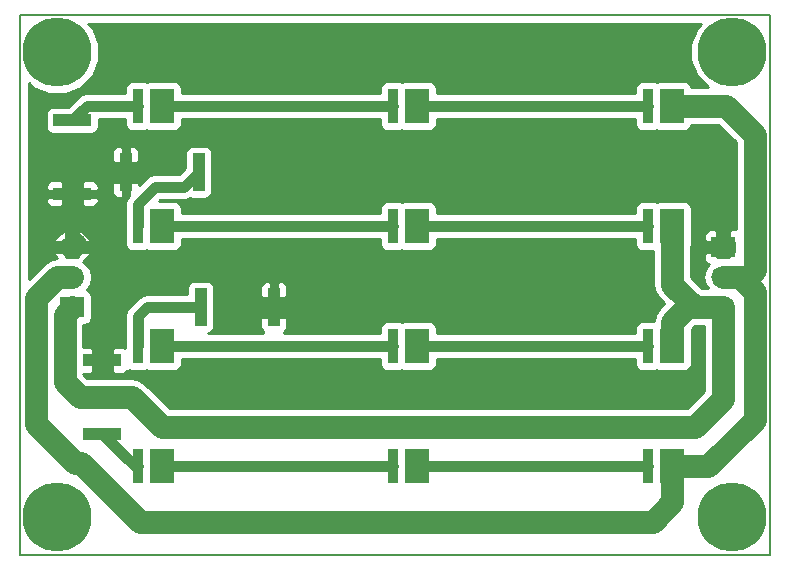
<source format=gtl>
G04 #@! TF.FileFunction,Copper,L1,Top,Signal*
%FSLAX46Y46*%
G04 Gerber Fmt 4.6, Leading zero omitted, Abs format (unit mm)*
G04 Created by KiCad (PCBNEW 4.0.6+dfsg1-1) date Mon Oct 16 01:04:24 2017*
%MOMM*%
%LPD*%
G01*
G04 APERTURE LIST*
%ADD10C,0.100000*%
%ADD11C,0.150000*%
%ADD12R,3.200000X1.000000*%
%ADD13R,2.032000X1.727200*%
%ADD14O,2.032000X1.727200*%
%ADD15C,5.842000*%
%ADD16R,2.000000X3.000000*%
%ADD17R,0.900000X3.000000*%
%ADD18R,1.000000X3.200000*%
%ADD19C,0.889000*%
%ADD20C,1.905000*%
%ADD21C,1.016000*%
%ADD22C,0.254000*%
G04 APERTURE END LIST*
D10*
D11*
X193675000Y-122555000D02*
X193675000Y-76835000D01*
X130175000Y-122555000D02*
X193675000Y-122555000D01*
X130175000Y-76835000D02*
X130175000Y-122555000D01*
X193675000Y-76835000D02*
X130175000Y-76835000D01*
D12*
X134620000Y-92000000D03*
X134620000Y-85800000D03*
D13*
X134620000Y-101600000D03*
D14*
X134620000Y-99060000D03*
X134620000Y-96520000D03*
D13*
X189738000Y-96520000D03*
D14*
X189738000Y-99060000D03*
X189738000Y-101600000D03*
D15*
X133350000Y-119380000D03*
X190500000Y-119380000D03*
X133350000Y-80010000D03*
X190500000Y-80010000D03*
D16*
X142240000Y-94742000D03*
D17*
X140208000Y-94742000D03*
D16*
X163830000Y-94742000D03*
D17*
X161798000Y-94742000D03*
D16*
X185420000Y-94742000D03*
D17*
X183388000Y-94742000D03*
D16*
X142240000Y-104902000D03*
D17*
X140208000Y-104902000D03*
D16*
X163830000Y-104902000D03*
D17*
X161798000Y-104902000D03*
D16*
X185420000Y-104902000D03*
D17*
X183388000Y-104902000D03*
D16*
X142240000Y-84582000D03*
D17*
X140208000Y-84582000D03*
D16*
X163830000Y-84582000D03*
D17*
X161798000Y-84582000D03*
D16*
X185420000Y-84582000D03*
D17*
X183388000Y-84582000D03*
D16*
X142240000Y-115062000D03*
D17*
X140208000Y-115062000D03*
D16*
X163830000Y-115062000D03*
D17*
X161798000Y-115062000D03*
D16*
X185420000Y-115062000D03*
D17*
X183388000Y-115062000D03*
D18*
X139140000Y-90170000D03*
X145340000Y-90170000D03*
X151690000Y-101600000D03*
X145490000Y-101600000D03*
D12*
X137160000Y-106120000D03*
X137160000Y-112320000D03*
D19*
X140208000Y-94742000D02*
X140208000Y-92837000D01*
X144070000Y-91440000D02*
X145340000Y-90170000D01*
X141605000Y-91440000D02*
X144070000Y-91440000D01*
X140208000Y-92837000D02*
X141605000Y-91440000D01*
X161798000Y-94742000D02*
X142240000Y-94742000D01*
X163830000Y-94742000D02*
X183388000Y-94742000D01*
D20*
X189738000Y-101600000D02*
X187325000Y-101600000D01*
X185420000Y-99695000D02*
X185420000Y-94742000D01*
X187325000Y-101600000D02*
X185420000Y-99695000D01*
X189738000Y-101600000D02*
X186690000Y-101600000D01*
X185420000Y-102870000D02*
X185420000Y-104902000D01*
X186690000Y-101600000D02*
X185420000Y-102870000D01*
X180975000Y-111760000D02*
X187325000Y-111760000D01*
X135255000Y-109220000D02*
X133985000Y-107950000D01*
X133985000Y-102235000D02*
X133985000Y-107950000D01*
X142240000Y-111760000D02*
X139700000Y-109220000D01*
X180975000Y-111760000D02*
X142240000Y-111760000D01*
X139700000Y-109220000D02*
X135255000Y-109220000D01*
X189738000Y-109347000D02*
X189738000Y-101600000D01*
X187325000Y-111760000D02*
X189738000Y-109347000D01*
X133985000Y-102235000D02*
X134620000Y-101600000D01*
D19*
X140208000Y-104902000D02*
X140208000Y-102362000D01*
X140970000Y-101600000D02*
X145490000Y-101600000D01*
X140208000Y-102362000D02*
X140970000Y-101600000D01*
X142240000Y-104902000D02*
X161798000Y-104902000D01*
X163830000Y-104902000D02*
X183388000Y-104902000D01*
X140208000Y-84582000D02*
X135838000Y-84582000D01*
X135838000Y-84582000D02*
X134620000Y-85800000D01*
X161798000Y-84582000D02*
X142240000Y-84582000D01*
X163830000Y-84582000D02*
X183388000Y-84582000D01*
D20*
X181229000Y-119761000D02*
X183769000Y-119761000D01*
X134620000Y-99060000D02*
X133350000Y-99060000D01*
X135382000Y-114808000D02*
X140335000Y-119761000D01*
X134874000Y-114808000D02*
X135382000Y-114808000D01*
X131572000Y-111506000D02*
X134874000Y-114808000D01*
X131572000Y-100838000D02*
X131572000Y-111506000D01*
X133350000Y-99060000D02*
X131572000Y-100838000D01*
X140335000Y-119761000D02*
X181229000Y-119761000D01*
X185420000Y-118110000D02*
X185420000Y-115062000D01*
X183769000Y-119761000D02*
X185420000Y-118110000D01*
X185420000Y-115062000D02*
X188468000Y-115062000D01*
X191135000Y-99060000D02*
X192405000Y-100330000D01*
X192405000Y-100330000D02*
X192405000Y-111125000D01*
X192405000Y-111125000D02*
X188468000Y-115062000D01*
X191135000Y-99060000D02*
X189738000Y-99060000D01*
X185420000Y-84582000D02*
X189992000Y-84582000D01*
X191770000Y-99060000D02*
X192405000Y-98425000D01*
X192405000Y-98425000D02*
X192405000Y-86995000D01*
X192405000Y-86995000D02*
X189992000Y-84582000D01*
X191770000Y-99060000D02*
X189738000Y-99060000D01*
D19*
X140208000Y-115062000D02*
X139902000Y-115062000D01*
X139902000Y-115062000D02*
X137160000Y-112320000D01*
X161798000Y-115062000D02*
X142240000Y-115062000D01*
X183388000Y-115062000D02*
X163830000Y-115062000D01*
D20*
X134672000Y-96468000D02*
X134620000Y-96520000D01*
X134874000Y-96266000D02*
X134620000Y-96520000D01*
D21*
X187960000Y-96520000D02*
X188976000Y-96520000D01*
D22*
G36*
X187487128Y-77993058D02*
X186944619Y-79299565D01*
X186943384Y-80714229D01*
X187483612Y-82021681D01*
X188454735Y-82994500D01*
X187050976Y-82994500D01*
X187023162Y-82846683D01*
X186884090Y-82630559D01*
X186671890Y-82485569D01*
X186420000Y-82434560D01*
X184420000Y-82434560D01*
X184184683Y-82478838D01*
X184130792Y-82513516D01*
X184089890Y-82485569D01*
X183838000Y-82434560D01*
X182938000Y-82434560D01*
X182702683Y-82478838D01*
X182486559Y-82617910D01*
X182341569Y-82830110D01*
X182290560Y-83082000D01*
X182290560Y-83502500D01*
X165477440Y-83502500D01*
X165477440Y-83082000D01*
X165433162Y-82846683D01*
X165294090Y-82630559D01*
X165081890Y-82485569D01*
X164830000Y-82434560D01*
X162830000Y-82434560D01*
X162594683Y-82478838D01*
X162540792Y-82513516D01*
X162499890Y-82485569D01*
X162248000Y-82434560D01*
X161348000Y-82434560D01*
X161112683Y-82478838D01*
X160896559Y-82617910D01*
X160751569Y-82830110D01*
X160700560Y-83082000D01*
X160700560Y-83502500D01*
X143887440Y-83502500D01*
X143887440Y-83082000D01*
X143843162Y-82846683D01*
X143704090Y-82630559D01*
X143491890Y-82485569D01*
X143240000Y-82434560D01*
X141240000Y-82434560D01*
X141004683Y-82478838D01*
X140950792Y-82513516D01*
X140909890Y-82485569D01*
X140658000Y-82434560D01*
X139758000Y-82434560D01*
X139522683Y-82478838D01*
X139306559Y-82617910D01*
X139161569Y-82830110D01*
X139110560Y-83082000D01*
X139110560Y-83502500D01*
X135838000Y-83502500D01*
X135424893Y-83584672D01*
X135074678Y-83818678D01*
X134240796Y-84652560D01*
X133020000Y-84652560D01*
X132784683Y-84696838D01*
X132568559Y-84835910D01*
X132423569Y-85048110D01*
X132372560Y-85300000D01*
X132372560Y-86300000D01*
X132416838Y-86535317D01*
X132555910Y-86751441D01*
X132768110Y-86896431D01*
X133020000Y-86947440D01*
X136220000Y-86947440D01*
X136455317Y-86903162D01*
X136671441Y-86764090D01*
X136816431Y-86551890D01*
X136867440Y-86300000D01*
X136867440Y-85661500D01*
X139110560Y-85661500D01*
X139110560Y-86082000D01*
X139154838Y-86317317D01*
X139293910Y-86533441D01*
X139506110Y-86678431D01*
X139758000Y-86729440D01*
X140658000Y-86729440D01*
X140893317Y-86685162D01*
X140947208Y-86650484D01*
X140988110Y-86678431D01*
X141240000Y-86729440D01*
X143240000Y-86729440D01*
X143475317Y-86685162D01*
X143691441Y-86546090D01*
X143836431Y-86333890D01*
X143887440Y-86082000D01*
X143887440Y-85661500D01*
X160700560Y-85661500D01*
X160700560Y-86082000D01*
X160744838Y-86317317D01*
X160883910Y-86533441D01*
X161096110Y-86678431D01*
X161348000Y-86729440D01*
X162248000Y-86729440D01*
X162483317Y-86685162D01*
X162537208Y-86650484D01*
X162578110Y-86678431D01*
X162830000Y-86729440D01*
X164830000Y-86729440D01*
X165065317Y-86685162D01*
X165281441Y-86546090D01*
X165426431Y-86333890D01*
X165477440Y-86082000D01*
X165477440Y-85661500D01*
X182290560Y-85661500D01*
X182290560Y-86082000D01*
X182334838Y-86317317D01*
X182473910Y-86533441D01*
X182686110Y-86678431D01*
X182938000Y-86729440D01*
X183838000Y-86729440D01*
X184073317Y-86685162D01*
X184127208Y-86650484D01*
X184168110Y-86678431D01*
X184420000Y-86729440D01*
X186420000Y-86729440D01*
X186655317Y-86685162D01*
X186871441Y-86546090D01*
X187016431Y-86333890D01*
X187049721Y-86169500D01*
X189334436Y-86169500D01*
X190817500Y-87652564D01*
X190817500Y-95021400D01*
X190404750Y-95021400D01*
X190246000Y-95180150D01*
X190246000Y-96088200D01*
X190647000Y-96088200D01*
X190647000Y-96951800D01*
X190246000Y-96951800D01*
X190246000Y-97383600D01*
X189230000Y-97383600D01*
X189230000Y-96951800D01*
X188245750Y-96951800D01*
X188087000Y-97110550D01*
X188087000Y-97509910D01*
X188183673Y-97743299D01*
X188362302Y-97921927D01*
X188515780Y-97985500D01*
X188493585Y-98000330D01*
X188168729Y-98486511D01*
X188054655Y-99060000D01*
X188168729Y-99633489D01*
X188421976Y-100012500D01*
X187982564Y-100012500D01*
X187007500Y-99037436D01*
X187007500Y-96506961D01*
X187016431Y-96493890D01*
X187067440Y-96242000D01*
X187067440Y-95530090D01*
X188087000Y-95530090D01*
X188087000Y-95929450D01*
X188245750Y-96088200D01*
X189230000Y-96088200D01*
X189230000Y-95180150D01*
X189071250Y-95021400D01*
X188595691Y-95021400D01*
X188362302Y-95118073D01*
X188183673Y-95296701D01*
X188087000Y-95530090D01*
X187067440Y-95530090D01*
X187067440Y-93242000D01*
X187023162Y-93006683D01*
X186884090Y-92790559D01*
X186671890Y-92645569D01*
X186420000Y-92594560D01*
X184420000Y-92594560D01*
X184184683Y-92638838D01*
X184130792Y-92673516D01*
X184089890Y-92645569D01*
X183838000Y-92594560D01*
X182938000Y-92594560D01*
X182702683Y-92638838D01*
X182486559Y-92777910D01*
X182341569Y-92990110D01*
X182290560Y-93242000D01*
X182290560Y-93662500D01*
X165477440Y-93662500D01*
X165477440Y-93242000D01*
X165433162Y-93006683D01*
X165294090Y-92790559D01*
X165081890Y-92645569D01*
X164830000Y-92594560D01*
X162830000Y-92594560D01*
X162594683Y-92638838D01*
X162540792Y-92673516D01*
X162499890Y-92645569D01*
X162248000Y-92594560D01*
X161348000Y-92594560D01*
X161112683Y-92638838D01*
X160896559Y-92777910D01*
X160751569Y-92990110D01*
X160700560Y-93242000D01*
X160700560Y-93662500D01*
X143887440Y-93662500D01*
X143887440Y-93242000D01*
X143843162Y-93006683D01*
X143704090Y-92790559D01*
X143491890Y-92645569D01*
X143240000Y-92594560D01*
X141977084Y-92594560D01*
X142052144Y-92519500D01*
X144070000Y-92519500D01*
X144483107Y-92437328D01*
X144588956Y-92366602D01*
X144840000Y-92417440D01*
X145840000Y-92417440D01*
X146075317Y-92373162D01*
X146291441Y-92234090D01*
X146436431Y-92021890D01*
X146487440Y-91770000D01*
X146487440Y-88570000D01*
X146443162Y-88334683D01*
X146304090Y-88118559D01*
X146091890Y-87973569D01*
X145840000Y-87922560D01*
X144840000Y-87922560D01*
X144604683Y-87966838D01*
X144388559Y-88105910D01*
X144243569Y-88318110D01*
X144192560Y-88570000D01*
X144192560Y-89790796D01*
X143622856Y-90360500D01*
X141605000Y-90360500D01*
X141191893Y-90442672D01*
X140841678Y-90676678D01*
X140275000Y-91243356D01*
X140275000Y-91128750D01*
X140116250Y-90970000D01*
X139390000Y-90970000D01*
X139390000Y-92155509D01*
X139210672Y-92423893D01*
X139128500Y-92837000D01*
X139128500Y-93153410D01*
X139110560Y-93242000D01*
X139110560Y-96242000D01*
X139154838Y-96477317D01*
X139293910Y-96693441D01*
X139506110Y-96838431D01*
X139758000Y-96889440D01*
X140658000Y-96889440D01*
X140893317Y-96845162D01*
X140947208Y-96810484D01*
X140988110Y-96838431D01*
X141240000Y-96889440D01*
X143240000Y-96889440D01*
X143475317Y-96845162D01*
X143691441Y-96706090D01*
X143836431Y-96493890D01*
X143887440Y-96242000D01*
X143887440Y-95821500D01*
X160700560Y-95821500D01*
X160700560Y-96242000D01*
X160744838Y-96477317D01*
X160883910Y-96693441D01*
X161096110Y-96838431D01*
X161348000Y-96889440D01*
X162248000Y-96889440D01*
X162483317Y-96845162D01*
X162537208Y-96810484D01*
X162578110Y-96838431D01*
X162830000Y-96889440D01*
X164830000Y-96889440D01*
X165065317Y-96845162D01*
X165281441Y-96706090D01*
X165426431Y-96493890D01*
X165477440Y-96242000D01*
X165477440Y-95821500D01*
X182290560Y-95821500D01*
X182290560Y-96242000D01*
X182334838Y-96477317D01*
X182473910Y-96693441D01*
X182686110Y-96838431D01*
X182938000Y-96889440D01*
X183832500Y-96889440D01*
X183832500Y-99695000D01*
X183953341Y-100302510D01*
X184297468Y-100817532D01*
X184762436Y-101282500D01*
X184297468Y-101747468D01*
X183953341Y-102262490D01*
X183854786Y-102757959D01*
X183838000Y-102754560D01*
X182938000Y-102754560D01*
X182702683Y-102798838D01*
X182486559Y-102937910D01*
X182341569Y-103150110D01*
X182290560Y-103402000D01*
X182290560Y-103822500D01*
X165477440Y-103822500D01*
X165477440Y-103402000D01*
X165433162Y-103166683D01*
X165294090Y-102950559D01*
X165081890Y-102805569D01*
X164830000Y-102754560D01*
X162830000Y-102754560D01*
X162594683Y-102798838D01*
X162540792Y-102833516D01*
X162499890Y-102805569D01*
X162248000Y-102754560D01*
X161348000Y-102754560D01*
X161112683Y-102798838D01*
X160896559Y-102937910D01*
X160751569Y-103150110D01*
X160700560Y-103402000D01*
X160700560Y-103822500D01*
X152579002Y-103822500D01*
X152579002Y-103709023D01*
X152728327Y-103559699D01*
X152825000Y-103326310D01*
X152825000Y-102558750D01*
X152666250Y-102400000D01*
X151940000Y-102400000D01*
X151940000Y-102509000D01*
X151440000Y-102509000D01*
X151440000Y-102400000D01*
X150713750Y-102400000D01*
X150555000Y-102558750D01*
X150555000Y-103326310D01*
X150651673Y-103559699D01*
X150800998Y-103709023D01*
X150800998Y-103822500D01*
X146122545Y-103822500D01*
X146225317Y-103803162D01*
X146441441Y-103664090D01*
X146586431Y-103451890D01*
X146637440Y-103200000D01*
X146637440Y-100000000D01*
X146613674Y-99873690D01*
X150555000Y-99873690D01*
X150555000Y-100641250D01*
X150713750Y-100800000D01*
X151440000Y-100800000D01*
X151440000Y-99523750D01*
X151940000Y-99523750D01*
X151940000Y-100800000D01*
X152666250Y-100800000D01*
X152825000Y-100641250D01*
X152825000Y-99873690D01*
X152728327Y-99640301D01*
X152549698Y-99461673D01*
X152316309Y-99365000D01*
X152098750Y-99365000D01*
X151940000Y-99523750D01*
X151440000Y-99523750D01*
X151281250Y-99365000D01*
X151063691Y-99365000D01*
X150830302Y-99461673D01*
X150651673Y-99640301D01*
X150555000Y-99873690D01*
X146613674Y-99873690D01*
X146593162Y-99764683D01*
X146454090Y-99548559D01*
X146241890Y-99403569D01*
X145990000Y-99352560D01*
X144990000Y-99352560D01*
X144754683Y-99396838D01*
X144538559Y-99535910D01*
X144393569Y-99748110D01*
X144342560Y-100000000D01*
X144342560Y-100520500D01*
X140970005Y-100520500D01*
X140970000Y-100520499D01*
X140625433Y-100589039D01*
X140556893Y-100602672D01*
X140356755Y-100736400D01*
X140206678Y-100836678D01*
X139444678Y-101598678D01*
X139210672Y-101948893D01*
X139128500Y-102362000D01*
X139128500Y-103313410D01*
X139110560Y-103402000D01*
X139110560Y-105077887D01*
X138886310Y-104985000D01*
X138118750Y-104985000D01*
X137960000Y-105143750D01*
X137960000Y-105870000D01*
X138069000Y-105870000D01*
X138069000Y-106370000D01*
X137960000Y-106370000D01*
X137960000Y-107096250D01*
X138118750Y-107255000D01*
X138886310Y-107255000D01*
X139119699Y-107158327D01*
X139269023Y-107009002D01*
X139395000Y-107009002D01*
X139395000Y-106922513D01*
X139506110Y-106998431D01*
X139758000Y-107049440D01*
X140658000Y-107049440D01*
X140893317Y-107005162D01*
X140947208Y-106970484D01*
X140988110Y-106998431D01*
X141240000Y-107049440D01*
X143240000Y-107049440D01*
X143475317Y-107005162D01*
X143691441Y-106866090D01*
X143836431Y-106653890D01*
X143887440Y-106402000D01*
X143887440Y-105981500D01*
X160700560Y-105981500D01*
X160700560Y-106402000D01*
X160744838Y-106637317D01*
X160883910Y-106853441D01*
X161096110Y-106998431D01*
X161348000Y-107049440D01*
X162248000Y-107049440D01*
X162483317Y-107005162D01*
X162537208Y-106970484D01*
X162578110Y-106998431D01*
X162830000Y-107049440D01*
X164830000Y-107049440D01*
X165065317Y-107005162D01*
X165281441Y-106866090D01*
X165426431Y-106653890D01*
X165477440Y-106402000D01*
X165477440Y-105981500D01*
X182290560Y-105981500D01*
X182290560Y-106402000D01*
X182334838Y-106637317D01*
X182473910Y-106853441D01*
X182686110Y-106998431D01*
X182938000Y-107049440D01*
X183838000Y-107049440D01*
X184073317Y-107005162D01*
X184127208Y-106970484D01*
X184168110Y-106998431D01*
X184420000Y-107049440D01*
X186420000Y-107049440D01*
X186655317Y-107005162D01*
X186871441Y-106866090D01*
X187016431Y-106653890D01*
X187067440Y-106402000D01*
X187067440Y-103467624D01*
X187347564Y-103187500D01*
X188150500Y-103187500D01*
X188150500Y-108689436D01*
X186667436Y-110172500D01*
X142897564Y-110172500D01*
X140822532Y-108097468D01*
X140307510Y-107753341D01*
X139700000Y-107632500D01*
X135912564Y-107632500D01*
X135572500Y-107292436D01*
X135572500Y-107255000D01*
X136201250Y-107255000D01*
X136360000Y-107096250D01*
X136360000Y-106370000D01*
X136251000Y-106370000D01*
X136251000Y-105870000D01*
X136360000Y-105870000D01*
X136360000Y-105143750D01*
X136201250Y-104985000D01*
X135572500Y-104985000D01*
X135572500Y-103111040D01*
X135636000Y-103111040D01*
X135871317Y-103066762D01*
X136087441Y-102927690D01*
X136232431Y-102715490D01*
X136283440Y-102463600D01*
X136283440Y-100736400D01*
X136239162Y-100501083D01*
X136100090Y-100284959D01*
X135887890Y-100139969D01*
X135846561Y-100131600D01*
X135864415Y-100119670D01*
X136189271Y-99633489D01*
X136303345Y-99060000D01*
X136189271Y-98486511D01*
X135864415Y-98000330D01*
X135517922Y-97768811D01*
X135826478Y-97559523D01*
X136122228Y-97170974D01*
X136040764Y-96951800D01*
X135128000Y-96951800D01*
X135128000Y-97383600D01*
X134112000Y-97383600D01*
X134112000Y-96951800D01*
X133199236Y-96951800D01*
X133117772Y-97170974D01*
X133347640Y-97472969D01*
X132742490Y-97593341D01*
X132227468Y-97937468D01*
X130937000Y-99227936D01*
X130937000Y-95869026D01*
X133117772Y-95869026D01*
X133199236Y-96088200D01*
X134112000Y-96088200D01*
X134112000Y-95241657D01*
X135128000Y-95241657D01*
X135128000Y-96088200D01*
X136040764Y-96088200D01*
X136122228Y-95869026D01*
X135826478Y-95480477D01*
X135348433Y-95156228D01*
X135128000Y-95241657D01*
X134112000Y-95241657D01*
X133891567Y-95156228D01*
X133413522Y-95480477D01*
X133117772Y-95869026D01*
X130937000Y-95869026D01*
X130937000Y-92408750D01*
X132385000Y-92408750D01*
X132385000Y-92626309D01*
X132481673Y-92859698D01*
X132660301Y-93038327D01*
X132893690Y-93135000D01*
X133661250Y-93135000D01*
X133820000Y-92976250D01*
X133820000Y-92250000D01*
X135420000Y-92250000D01*
X135420000Y-92976250D01*
X135578750Y-93135000D01*
X136346310Y-93135000D01*
X136579699Y-93038327D01*
X136758327Y-92859698D01*
X136855000Y-92626309D01*
X136855000Y-92408750D01*
X136696250Y-92250000D01*
X135420000Y-92250000D01*
X133820000Y-92250000D01*
X132543750Y-92250000D01*
X132385000Y-92408750D01*
X130937000Y-92408750D01*
X130937000Y-91373691D01*
X132385000Y-91373691D01*
X132385000Y-91591250D01*
X132543750Y-91750000D01*
X133820000Y-91750000D01*
X133820000Y-91023750D01*
X135420000Y-91023750D01*
X135420000Y-91750000D01*
X136696250Y-91750000D01*
X136855000Y-91591250D01*
X136855000Y-91373691D01*
X136758327Y-91140302D01*
X136746776Y-91128750D01*
X138005000Y-91128750D01*
X138005000Y-91896310D01*
X138101673Y-92129699D01*
X138280302Y-92308327D01*
X138513691Y-92405000D01*
X138731250Y-92405000D01*
X138890000Y-92246250D01*
X138890000Y-90970000D01*
X138163750Y-90970000D01*
X138005000Y-91128750D01*
X136746776Y-91128750D01*
X136579699Y-90961673D01*
X136346310Y-90865000D01*
X135578750Y-90865000D01*
X135420000Y-91023750D01*
X133820000Y-91023750D01*
X133661250Y-90865000D01*
X132893690Y-90865000D01*
X132660301Y-90961673D01*
X132481673Y-91140302D01*
X132385000Y-91373691D01*
X130937000Y-91373691D01*
X130937000Y-88443690D01*
X138005000Y-88443690D01*
X138005000Y-89211250D01*
X138163750Y-89370000D01*
X138890000Y-89370000D01*
X138890000Y-88093750D01*
X139390000Y-88093750D01*
X139390000Y-89370000D01*
X140116250Y-89370000D01*
X140275000Y-89211250D01*
X140275000Y-88443690D01*
X140178327Y-88210301D01*
X139999698Y-88031673D01*
X139766309Y-87935000D01*
X139548750Y-87935000D01*
X139390000Y-88093750D01*
X138890000Y-88093750D01*
X138731250Y-87935000D01*
X138513691Y-87935000D01*
X138280302Y-88031673D01*
X138101673Y-88210301D01*
X138005000Y-88443690D01*
X130937000Y-88443690D01*
X130937000Y-82626123D01*
X131333058Y-83022872D01*
X132639565Y-83565381D01*
X134054229Y-83566616D01*
X135361681Y-83026388D01*
X136362872Y-82026942D01*
X136905381Y-80720435D01*
X136906616Y-79305771D01*
X136366388Y-77998319D01*
X135965768Y-77597000D01*
X187883877Y-77597000D01*
X187487128Y-77993058D01*
X187487128Y-77993058D01*
G37*
X187487128Y-77993058D02*
X186944619Y-79299565D01*
X186943384Y-80714229D01*
X187483612Y-82021681D01*
X188454735Y-82994500D01*
X187050976Y-82994500D01*
X187023162Y-82846683D01*
X186884090Y-82630559D01*
X186671890Y-82485569D01*
X186420000Y-82434560D01*
X184420000Y-82434560D01*
X184184683Y-82478838D01*
X184130792Y-82513516D01*
X184089890Y-82485569D01*
X183838000Y-82434560D01*
X182938000Y-82434560D01*
X182702683Y-82478838D01*
X182486559Y-82617910D01*
X182341569Y-82830110D01*
X182290560Y-83082000D01*
X182290560Y-83502500D01*
X165477440Y-83502500D01*
X165477440Y-83082000D01*
X165433162Y-82846683D01*
X165294090Y-82630559D01*
X165081890Y-82485569D01*
X164830000Y-82434560D01*
X162830000Y-82434560D01*
X162594683Y-82478838D01*
X162540792Y-82513516D01*
X162499890Y-82485569D01*
X162248000Y-82434560D01*
X161348000Y-82434560D01*
X161112683Y-82478838D01*
X160896559Y-82617910D01*
X160751569Y-82830110D01*
X160700560Y-83082000D01*
X160700560Y-83502500D01*
X143887440Y-83502500D01*
X143887440Y-83082000D01*
X143843162Y-82846683D01*
X143704090Y-82630559D01*
X143491890Y-82485569D01*
X143240000Y-82434560D01*
X141240000Y-82434560D01*
X141004683Y-82478838D01*
X140950792Y-82513516D01*
X140909890Y-82485569D01*
X140658000Y-82434560D01*
X139758000Y-82434560D01*
X139522683Y-82478838D01*
X139306559Y-82617910D01*
X139161569Y-82830110D01*
X139110560Y-83082000D01*
X139110560Y-83502500D01*
X135838000Y-83502500D01*
X135424893Y-83584672D01*
X135074678Y-83818678D01*
X134240796Y-84652560D01*
X133020000Y-84652560D01*
X132784683Y-84696838D01*
X132568559Y-84835910D01*
X132423569Y-85048110D01*
X132372560Y-85300000D01*
X132372560Y-86300000D01*
X132416838Y-86535317D01*
X132555910Y-86751441D01*
X132768110Y-86896431D01*
X133020000Y-86947440D01*
X136220000Y-86947440D01*
X136455317Y-86903162D01*
X136671441Y-86764090D01*
X136816431Y-86551890D01*
X136867440Y-86300000D01*
X136867440Y-85661500D01*
X139110560Y-85661500D01*
X139110560Y-86082000D01*
X139154838Y-86317317D01*
X139293910Y-86533441D01*
X139506110Y-86678431D01*
X139758000Y-86729440D01*
X140658000Y-86729440D01*
X140893317Y-86685162D01*
X140947208Y-86650484D01*
X140988110Y-86678431D01*
X141240000Y-86729440D01*
X143240000Y-86729440D01*
X143475317Y-86685162D01*
X143691441Y-86546090D01*
X143836431Y-86333890D01*
X143887440Y-86082000D01*
X143887440Y-85661500D01*
X160700560Y-85661500D01*
X160700560Y-86082000D01*
X160744838Y-86317317D01*
X160883910Y-86533441D01*
X161096110Y-86678431D01*
X161348000Y-86729440D01*
X162248000Y-86729440D01*
X162483317Y-86685162D01*
X162537208Y-86650484D01*
X162578110Y-86678431D01*
X162830000Y-86729440D01*
X164830000Y-86729440D01*
X165065317Y-86685162D01*
X165281441Y-86546090D01*
X165426431Y-86333890D01*
X165477440Y-86082000D01*
X165477440Y-85661500D01*
X182290560Y-85661500D01*
X182290560Y-86082000D01*
X182334838Y-86317317D01*
X182473910Y-86533441D01*
X182686110Y-86678431D01*
X182938000Y-86729440D01*
X183838000Y-86729440D01*
X184073317Y-86685162D01*
X184127208Y-86650484D01*
X184168110Y-86678431D01*
X184420000Y-86729440D01*
X186420000Y-86729440D01*
X186655317Y-86685162D01*
X186871441Y-86546090D01*
X187016431Y-86333890D01*
X187049721Y-86169500D01*
X189334436Y-86169500D01*
X190817500Y-87652564D01*
X190817500Y-95021400D01*
X190404750Y-95021400D01*
X190246000Y-95180150D01*
X190246000Y-96088200D01*
X190647000Y-96088200D01*
X190647000Y-96951800D01*
X190246000Y-96951800D01*
X190246000Y-97383600D01*
X189230000Y-97383600D01*
X189230000Y-96951800D01*
X188245750Y-96951800D01*
X188087000Y-97110550D01*
X188087000Y-97509910D01*
X188183673Y-97743299D01*
X188362302Y-97921927D01*
X188515780Y-97985500D01*
X188493585Y-98000330D01*
X188168729Y-98486511D01*
X188054655Y-99060000D01*
X188168729Y-99633489D01*
X188421976Y-100012500D01*
X187982564Y-100012500D01*
X187007500Y-99037436D01*
X187007500Y-96506961D01*
X187016431Y-96493890D01*
X187067440Y-96242000D01*
X187067440Y-95530090D01*
X188087000Y-95530090D01*
X188087000Y-95929450D01*
X188245750Y-96088200D01*
X189230000Y-96088200D01*
X189230000Y-95180150D01*
X189071250Y-95021400D01*
X188595691Y-95021400D01*
X188362302Y-95118073D01*
X188183673Y-95296701D01*
X188087000Y-95530090D01*
X187067440Y-95530090D01*
X187067440Y-93242000D01*
X187023162Y-93006683D01*
X186884090Y-92790559D01*
X186671890Y-92645569D01*
X186420000Y-92594560D01*
X184420000Y-92594560D01*
X184184683Y-92638838D01*
X184130792Y-92673516D01*
X184089890Y-92645569D01*
X183838000Y-92594560D01*
X182938000Y-92594560D01*
X182702683Y-92638838D01*
X182486559Y-92777910D01*
X182341569Y-92990110D01*
X182290560Y-93242000D01*
X182290560Y-93662500D01*
X165477440Y-93662500D01*
X165477440Y-93242000D01*
X165433162Y-93006683D01*
X165294090Y-92790559D01*
X165081890Y-92645569D01*
X164830000Y-92594560D01*
X162830000Y-92594560D01*
X162594683Y-92638838D01*
X162540792Y-92673516D01*
X162499890Y-92645569D01*
X162248000Y-92594560D01*
X161348000Y-92594560D01*
X161112683Y-92638838D01*
X160896559Y-92777910D01*
X160751569Y-92990110D01*
X160700560Y-93242000D01*
X160700560Y-93662500D01*
X143887440Y-93662500D01*
X143887440Y-93242000D01*
X143843162Y-93006683D01*
X143704090Y-92790559D01*
X143491890Y-92645569D01*
X143240000Y-92594560D01*
X141977084Y-92594560D01*
X142052144Y-92519500D01*
X144070000Y-92519500D01*
X144483107Y-92437328D01*
X144588956Y-92366602D01*
X144840000Y-92417440D01*
X145840000Y-92417440D01*
X146075317Y-92373162D01*
X146291441Y-92234090D01*
X146436431Y-92021890D01*
X146487440Y-91770000D01*
X146487440Y-88570000D01*
X146443162Y-88334683D01*
X146304090Y-88118559D01*
X146091890Y-87973569D01*
X145840000Y-87922560D01*
X144840000Y-87922560D01*
X144604683Y-87966838D01*
X144388559Y-88105910D01*
X144243569Y-88318110D01*
X144192560Y-88570000D01*
X144192560Y-89790796D01*
X143622856Y-90360500D01*
X141605000Y-90360500D01*
X141191893Y-90442672D01*
X140841678Y-90676678D01*
X140275000Y-91243356D01*
X140275000Y-91128750D01*
X140116250Y-90970000D01*
X139390000Y-90970000D01*
X139390000Y-92155509D01*
X139210672Y-92423893D01*
X139128500Y-92837000D01*
X139128500Y-93153410D01*
X139110560Y-93242000D01*
X139110560Y-96242000D01*
X139154838Y-96477317D01*
X139293910Y-96693441D01*
X139506110Y-96838431D01*
X139758000Y-96889440D01*
X140658000Y-96889440D01*
X140893317Y-96845162D01*
X140947208Y-96810484D01*
X140988110Y-96838431D01*
X141240000Y-96889440D01*
X143240000Y-96889440D01*
X143475317Y-96845162D01*
X143691441Y-96706090D01*
X143836431Y-96493890D01*
X143887440Y-96242000D01*
X143887440Y-95821500D01*
X160700560Y-95821500D01*
X160700560Y-96242000D01*
X160744838Y-96477317D01*
X160883910Y-96693441D01*
X161096110Y-96838431D01*
X161348000Y-96889440D01*
X162248000Y-96889440D01*
X162483317Y-96845162D01*
X162537208Y-96810484D01*
X162578110Y-96838431D01*
X162830000Y-96889440D01*
X164830000Y-96889440D01*
X165065317Y-96845162D01*
X165281441Y-96706090D01*
X165426431Y-96493890D01*
X165477440Y-96242000D01*
X165477440Y-95821500D01*
X182290560Y-95821500D01*
X182290560Y-96242000D01*
X182334838Y-96477317D01*
X182473910Y-96693441D01*
X182686110Y-96838431D01*
X182938000Y-96889440D01*
X183832500Y-96889440D01*
X183832500Y-99695000D01*
X183953341Y-100302510D01*
X184297468Y-100817532D01*
X184762436Y-101282500D01*
X184297468Y-101747468D01*
X183953341Y-102262490D01*
X183854786Y-102757959D01*
X183838000Y-102754560D01*
X182938000Y-102754560D01*
X182702683Y-102798838D01*
X182486559Y-102937910D01*
X182341569Y-103150110D01*
X182290560Y-103402000D01*
X182290560Y-103822500D01*
X165477440Y-103822500D01*
X165477440Y-103402000D01*
X165433162Y-103166683D01*
X165294090Y-102950559D01*
X165081890Y-102805569D01*
X164830000Y-102754560D01*
X162830000Y-102754560D01*
X162594683Y-102798838D01*
X162540792Y-102833516D01*
X162499890Y-102805569D01*
X162248000Y-102754560D01*
X161348000Y-102754560D01*
X161112683Y-102798838D01*
X160896559Y-102937910D01*
X160751569Y-103150110D01*
X160700560Y-103402000D01*
X160700560Y-103822500D01*
X152579002Y-103822500D01*
X152579002Y-103709023D01*
X152728327Y-103559699D01*
X152825000Y-103326310D01*
X152825000Y-102558750D01*
X152666250Y-102400000D01*
X151940000Y-102400000D01*
X151940000Y-102509000D01*
X151440000Y-102509000D01*
X151440000Y-102400000D01*
X150713750Y-102400000D01*
X150555000Y-102558750D01*
X150555000Y-103326310D01*
X150651673Y-103559699D01*
X150800998Y-103709023D01*
X150800998Y-103822500D01*
X146122545Y-103822500D01*
X146225317Y-103803162D01*
X146441441Y-103664090D01*
X146586431Y-103451890D01*
X146637440Y-103200000D01*
X146637440Y-100000000D01*
X146613674Y-99873690D01*
X150555000Y-99873690D01*
X150555000Y-100641250D01*
X150713750Y-100800000D01*
X151440000Y-100800000D01*
X151440000Y-99523750D01*
X151940000Y-99523750D01*
X151940000Y-100800000D01*
X152666250Y-100800000D01*
X152825000Y-100641250D01*
X152825000Y-99873690D01*
X152728327Y-99640301D01*
X152549698Y-99461673D01*
X152316309Y-99365000D01*
X152098750Y-99365000D01*
X151940000Y-99523750D01*
X151440000Y-99523750D01*
X151281250Y-99365000D01*
X151063691Y-99365000D01*
X150830302Y-99461673D01*
X150651673Y-99640301D01*
X150555000Y-99873690D01*
X146613674Y-99873690D01*
X146593162Y-99764683D01*
X146454090Y-99548559D01*
X146241890Y-99403569D01*
X145990000Y-99352560D01*
X144990000Y-99352560D01*
X144754683Y-99396838D01*
X144538559Y-99535910D01*
X144393569Y-99748110D01*
X144342560Y-100000000D01*
X144342560Y-100520500D01*
X140970005Y-100520500D01*
X140970000Y-100520499D01*
X140625433Y-100589039D01*
X140556893Y-100602672D01*
X140356755Y-100736400D01*
X140206678Y-100836678D01*
X139444678Y-101598678D01*
X139210672Y-101948893D01*
X139128500Y-102362000D01*
X139128500Y-103313410D01*
X139110560Y-103402000D01*
X139110560Y-105077887D01*
X138886310Y-104985000D01*
X138118750Y-104985000D01*
X137960000Y-105143750D01*
X137960000Y-105870000D01*
X138069000Y-105870000D01*
X138069000Y-106370000D01*
X137960000Y-106370000D01*
X137960000Y-107096250D01*
X138118750Y-107255000D01*
X138886310Y-107255000D01*
X139119699Y-107158327D01*
X139269023Y-107009002D01*
X139395000Y-107009002D01*
X139395000Y-106922513D01*
X139506110Y-106998431D01*
X139758000Y-107049440D01*
X140658000Y-107049440D01*
X140893317Y-107005162D01*
X140947208Y-106970484D01*
X140988110Y-106998431D01*
X141240000Y-107049440D01*
X143240000Y-107049440D01*
X143475317Y-107005162D01*
X143691441Y-106866090D01*
X143836431Y-106653890D01*
X143887440Y-106402000D01*
X143887440Y-105981500D01*
X160700560Y-105981500D01*
X160700560Y-106402000D01*
X160744838Y-106637317D01*
X160883910Y-106853441D01*
X161096110Y-106998431D01*
X161348000Y-107049440D01*
X162248000Y-107049440D01*
X162483317Y-107005162D01*
X162537208Y-106970484D01*
X162578110Y-106998431D01*
X162830000Y-107049440D01*
X164830000Y-107049440D01*
X165065317Y-107005162D01*
X165281441Y-106866090D01*
X165426431Y-106653890D01*
X165477440Y-106402000D01*
X165477440Y-105981500D01*
X182290560Y-105981500D01*
X182290560Y-106402000D01*
X182334838Y-106637317D01*
X182473910Y-106853441D01*
X182686110Y-106998431D01*
X182938000Y-107049440D01*
X183838000Y-107049440D01*
X184073317Y-107005162D01*
X184127208Y-106970484D01*
X184168110Y-106998431D01*
X184420000Y-107049440D01*
X186420000Y-107049440D01*
X186655317Y-107005162D01*
X186871441Y-106866090D01*
X187016431Y-106653890D01*
X187067440Y-106402000D01*
X187067440Y-103467624D01*
X187347564Y-103187500D01*
X188150500Y-103187500D01*
X188150500Y-108689436D01*
X186667436Y-110172500D01*
X142897564Y-110172500D01*
X140822532Y-108097468D01*
X140307510Y-107753341D01*
X139700000Y-107632500D01*
X135912564Y-107632500D01*
X135572500Y-107292436D01*
X135572500Y-107255000D01*
X136201250Y-107255000D01*
X136360000Y-107096250D01*
X136360000Y-106370000D01*
X136251000Y-106370000D01*
X136251000Y-105870000D01*
X136360000Y-105870000D01*
X136360000Y-105143750D01*
X136201250Y-104985000D01*
X135572500Y-104985000D01*
X135572500Y-103111040D01*
X135636000Y-103111040D01*
X135871317Y-103066762D01*
X136087441Y-102927690D01*
X136232431Y-102715490D01*
X136283440Y-102463600D01*
X136283440Y-100736400D01*
X136239162Y-100501083D01*
X136100090Y-100284959D01*
X135887890Y-100139969D01*
X135846561Y-100131600D01*
X135864415Y-100119670D01*
X136189271Y-99633489D01*
X136303345Y-99060000D01*
X136189271Y-98486511D01*
X135864415Y-98000330D01*
X135517922Y-97768811D01*
X135826478Y-97559523D01*
X136122228Y-97170974D01*
X136040764Y-96951800D01*
X135128000Y-96951800D01*
X135128000Y-97383600D01*
X134112000Y-97383600D01*
X134112000Y-96951800D01*
X133199236Y-96951800D01*
X133117772Y-97170974D01*
X133347640Y-97472969D01*
X132742490Y-97593341D01*
X132227468Y-97937468D01*
X130937000Y-99227936D01*
X130937000Y-95869026D01*
X133117772Y-95869026D01*
X133199236Y-96088200D01*
X134112000Y-96088200D01*
X134112000Y-95241657D01*
X135128000Y-95241657D01*
X135128000Y-96088200D01*
X136040764Y-96088200D01*
X136122228Y-95869026D01*
X135826478Y-95480477D01*
X135348433Y-95156228D01*
X135128000Y-95241657D01*
X134112000Y-95241657D01*
X133891567Y-95156228D01*
X133413522Y-95480477D01*
X133117772Y-95869026D01*
X130937000Y-95869026D01*
X130937000Y-92408750D01*
X132385000Y-92408750D01*
X132385000Y-92626309D01*
X132481673Y-92859698D01*
X132660301Y-93038327D01*
X132893690Y-93135000D01*
X133661250Y-93135000D01*
X133820000Y-92976250D01*
X133820000Y-92250000D01*
X135420000Y-92250000D01*
X135420000Y-92976250D01*
X135578750Y-93135000D01*
X136346310Y-93135000D01*
X136579699Y-93038327D01*
X136758327Y-92859698D01*
X136855000Y-92626309D01*
X136855000Y-92408750D01*
X136696250Y-92250000D01*
X135420000Y-92250000D01*
X133820000Y-92250000D01*
X132543750Y-92250000D01*
X132385000Y-92408750D01*
X130937000Y-92408750D01*
X130937000Y-91373691D01*
X132385000Y-91373691D01*
X132385000Y-91591250D01*
X132543750Y-91750000D01*
X133820000Y-91750000D01*
X133820000Y-91023750D01*
X135420000Y-91023750D01*
X135420000Y-91750000D01*
X136696250Y-91750000D01*
X136855000Y-91591250D01*
X136855000Y-91373691D01*
X136758327Y-91140302D01*
X136746776Y-91128750D01*
X138005000Y-91128750D01*
X138005000Y-91896310D01*
X138101673Y-92129699D01*
X138280302Y-92308327D01*
X138513691Y-92405000D01*
X138731250Y-92405000D01*
X138890000Y-92246250D01*
X138890000Y-90970000D01*
X138163750Y-90970000D01*
X138005000Y-91128750D01*
X136746776Y-91128750D01*
X136579699Y-90961673D01*
X136346310Y-90865000D01*
X135578750Y-90865000D01*
X135420000Y-91023750D01*
X133820000Y-91023750D01*
X133661250Y-90865000D01*
X132893690Y-90865000D01*
X132660301Y-90961673D01*
X132481673Y-91140302D01*
X132385000Y-91373691D01*
X130937000Y-91373691D01*
X130937000Y-88443690D01*
X138005000Y-88443690D01*
X138005000Y-89211250D01*
X138163750Y-89370000D01*
X138890000Y-89370000D01*
X138890000Y-88093750D01*
X139390000Y-88093750D01*
X139390000Y-89370000D01*
X140116250Y-89370000D01*
X140275000Y-89211250D01*
X140275000Y-88443690D01*
X140178327Y-88210301D01*
X139999698Y-88031673D01*
X139766309Y-87935000D01*
X139548750Y-87935000D01*
X139390000Y-88093750D01*
X138890000Y-88093750D01*
X138731250Y-87935000D01*
X138513691Y-87935000D01*
X138280302Y-88031673D01*
X138101673Y-88210301D01*
X138005000Y-88443690D01*
X130937000Y-88443690D01*
X130937000Y-82626123D01*
X131333058Y-83022872D01*
X132639565Y-83565381D01*
X134054229Y-83566616D01*
X135361681Y-83026388D01*
X136362872Y-82026942D01*
X136905381Y-80720435D01*
X136906616Y-79305771D01*
X136366388Y-77998319D01*
X135965768Y-77597000D01*
X187883877Y-77597000D01*
X187487128Y-77993058D01*
M02*

</source>
